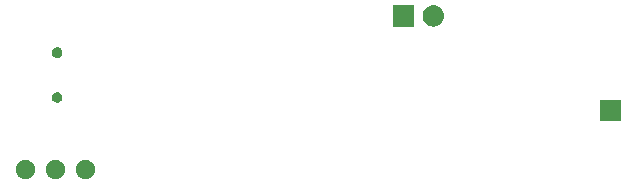
<source format=gbr>
G04 #@! TF.GenerationSoftware,KiCad,Pcbnew,5.0.2-bee76a0~70~ubuntu16.04.1*
G04 #@! TF.CreationDate,2019-07-30T15:31:50+02:00*
G04 #@! TF.ProjectId,hw-USB-RF,68772d55-5342-42d5-9246-2e6b69636164,rev?*
G04 #@! TF.SameCoordinates,Original*
G04 #@! TF.FileFunction,Soldermask,Bot*
G04 #@! TF.FilePolarity,Negative*
%FSLAX46Y46*%
G04 Gerber Fmt 4.6, Leading zero omitted, Abs format (unit mm)*
G04 Created by KiCad (PCBNEW 5.0.2-bee76a0~70~ubuntu16.04.1) date Tue 30 Jul 2019 03:31:50 PM CEST*
%MOMM*%
%LPD*%
G01*
G04 APERTURE LIST*
%ADD10C,0.100000*%
G04 APERTURE END LIST*
D10*
G36*
X114777142Y-86218242D02*
X114925102Y-86279530D01*
X115058258Y-86368502D01*
X115171498Y-86481742D01*
X115260470Y-86614898D01*
X115321758Y-86762858D01*
X115353000Y-86919925D01*
X115353000Y-87080075D01*
X115321758Y-87237142D01*
X115260470Y-87385102D01*
X115171498Y-87518258D01*
X115058258Y-87631498D01*
X114925102Y-87720470D01*
X114777142Y-87781758D01*
X114620075Y-87813000D01*
X114459925Y-87813000D01*
X114302858Y-87781758D01*
X114154898Y-87720470D01*
X114021742Y-87631498D01*
X113908502Y-87518258D01*
X113819530Y-87385102D01*
X113758242Y-87237142D01*
X113727000Y-87080075D01*
X113727000Y-86919925D01*
X113758242Y-86762858D01*
X113819530Y-86614898D01*
X113908502Y-86481742D01*
X114021742Y-86368502D01*
X114154898Y-86279530D01*
X114302858Y-86218242D01*
X114459925Y-86187000D01*
X114620075Y-86187000D01*
X114777142Y-86218242D01*
X114777142Y-86218242D01*
G37*
G36*
X112237142Y-86218242D02*
X112385102Y-86279530D01*
X112518258Y-86368502D01*
X112631498Y-86481742D01*
X112720470Y-86614898D01*
X112781758Y-86762858D01*
X112813000Y-86919925D01*
X112813000Y-87080075D01*
X112781758Y-87237142D01*
X112720470Y-87385102D01*
X112631498Y-87518258D01*
X112518258Y-87631498D01*
X112385102Y-87720470D01*
X112237142Y-87781758D01*
X112080075Y-87813000D01*
X111919925Y-87813000D01*
X111762858Y-87781758D01*
X111614898Y-87720470D01*
X111481742Y-87631498D01*
X111368502Y-87518258D01*
X111279530Y-87385102D01*
X111218242Y-87237142D01*
X111187000Y-87080075D01*
X111187000Y-86919925D01*
X111218242Y-86762858D01*
X111279530Y-86614898D01*
X111368502Y-86481742D01*
X111481742Y-86368502D01*
X111614898Y-86279530D01*
X111762858Y-86218242D01*
X111919925Y-86187000D01*
X112080075Y-86187000D01*
X112237142Y-86218242D01*
X112237142Y-86218242D01*
G37*
G36*
X109697142Y-86218242D02*
X109845102Y-86279530D01*
X109978258Y-86368502D01*
X110091498Y-86481742D01*
X110180470Y-86614898D01*
X110241758Y-86762858D01*
X110273000Y-86919925D01*
X110273000Y-87080075D01*
X110241758Y-87237142D01*
X110180470Y-87385102D01*
X110091498Y-87518258D01*
X109978258Y-87631498D01*
X109845102Y-87720470D01*
X109697142Y-87781758D01*
X109540075Y-87813000D01*
X109379925Y-87813000D01*
X109222858Y-87781758D01*
X109074898Y-87720470D01*
X108941742Y-87631498D01*
X108828502Y-87518258D01*
X108739530Y-87385102D01*
X108678242Y-87237142D01*
X108647000Y-87080075D01*
X108647000Y-86919925D01*
X108678242Y-86762858D01*
X108739530Y-86614898D01*
X108828502Y-86481742D01*
X108941742Y-86368502D01*
X109074898Y-86279530D01*
X109222858Y-86218242D01*
X109379925Y-86187000D01*
X109540075Y-86187000D01*
X109697142Y-86218242D01*
X109697142Y-86218242D01*
G37*
G36*
X159901000Y-82901000D02*
X158099000Y-82901000D01*
X158099000Y-81099000D01*
X159901000Y-81099000D01*
X159901000Y-82901000D01*
X159901000Y-82901000D01*
G37*
G36*
X112277496Y-80464885D02*
X112359351Y-80498790D01*
X112432523Y-80547682D01*
X112433021Y-80548015D01*
X112495665Y-80610659D01*
X112495667Y-80610662D01*
X112544890Y-80684329D01*
X112578795Y-80766184D01*
X112596080Y-80853081D01*
X112596080Y-80941679D01*
X112578795Y-81028576D01*
X112544890Y-81110431D01*
X112495998Y-81183603D01*
X112495665Y-81184101D01*
X112433021Y-81246745D01*
X112433018Y-81246747D01*
X112359351Y-81295970D01*
X112277496Y-81329875D01*
X112190599Y-81347160D01*
X112102001Y-81347160D01*
X112015104Y-81329875D01*
X111933249Y-81295970D01*
X111859582Y-81246747D01*
X111859579Y-81246745D01*
X111796935Y-81184101D01*
X111796602Y-81183603D01*
X111747710Y-81110431D01*
X111713805Y-81028576D01*
X111696520Y-80941679D01*
X111696520Y-80853081D01*
X111713805Y-80766184D01*
X111747710Y-80684329D01*
X111796933Y-80610662D01*
X111796935Y-80610659D01*
X111859579Y-80548015D01*
X111860077Y-80547682D01*
X111933249Y-80498790D01*
X112015104Y-80464885D01*
X112102001Y-80447600D01*
X112190599Y-80447600D01*
X112277496Y-80464885D01*
X112277496Y-80464885D01*
G37*
G36*
X112280036Y-76667585D02*
X112361891Y-76701490D01*
X112435063Y-76750382D01*
X112435561Y-76750715D01*
X112498205Y-76813359D01*
X112498207Y-76813362D01*
X112547430Y-76887029D01*
X112581335Y-76968884D01*
X112598620Y-77055781D01*
X112598620Y-77144379D01*
X112581335Y-77231276D01*
X112547430Y-77313131D01*
X112498538Y-77386303D01*
X112498205Y-77386801D01*
X112435561Y-77449445D01*
X112435558Y-77449447D01*
X112361891Y-77498670D01*
X112280036Y-77532575D01*
X112193139Y-77549860D01*
X112104541Y-77549860D01*
X112017644Y-77532575D01*
X111935789Y-77498670D01*
X111862122Y-77449447D01*
X111862119Y-77449445D01*
X111799475Y-77386801D01*
X111799142Y-77386303D01*
X111750250Y-77313131D01*
X111716345Y-77231276D01*
X111699060Y-77144379D01*
X111699060Y-77055781D01*
X111716345Y-76968884D01*
X111750250Y-76887029D01*
X111799473Y-76813362D01*
X111799475Y-76813359D01*
X111862119Y-76750715D01*
X111862617Y-76750382D01*
X111935789Y-76701490D01*
X112017644Y-76667585D01*
X112104541Y-76650300D01*
X112193139Y-76650300D01*
X112280036Y-76667585D01*
X112280036Y-76667585D01*
G37*
G36*
X144110442Y-73105518D02*
X144176627Y-73112037D01*
X144289853Y-73146384D01*
X144346467Y-73163557D01*
X144485087Y-73237652D01*
X144502991Y-73247222D01*
X144538729Y-73276552D01*
X144640186Y-73359814D01*
X144723448Y-73461271D01*
X144752778Y-73497009D01*
X144752779Y-73497011D01*
X144836443Y-73653533D01*
X144836443Y-73653534D01*
X144887963Y-73823373D01*
X144905359Y-74000000D01*
X144887963Y-74176627D01*
X144853616Y-74289853D01*
X144836443Y-74346467D01*
X144762348Y-74485087D01*
X144752778Y-74502991D01*
X144723448Y-74538729D01*
X144640186Y-74640186D01*
X144538729Y-74723448D01*
X144502991Y-74752778D01*
X144502989Y-74752779D01*
X144346467Y-74836443D01*
X144289853Y-74853616D01*
X144176627Y-74887963D01*
X144110443Y-74894481D01*
X144044260Y-74901000D01*
X143955740Y-74901000D01*
X143889557Y-74894481D01*
X143823373Y-74887963D01*
X143710147Y-74853616D01*
X143653533Y-74836443D01*
X143497011Y-74752779D01*
X143497009Y-74752778D01*
X143461271Y-74723448D01*
X143359814Y-74640186D01*
X143276552Y-74538729D01*
X143247222Y-74502991D01*
X143237652Y-74485087D01*
X143163557Y-74346467D01*
X143146384Y-74289853D01*
X143112037Y-74176627D01*
X143094641Y-74000000D01*
X143112037Y-73823373D01*
X143163557Y-73653534D01*
X143163557Y-73653533D01*
X143247221Y-73497011D01*
X143247222Y-73497009D01*
X143276552Y-73461271D01*
X143359814Y-73359814D01*
X143461271Y-73276552D01*
X143497009Y-73247222D01*
X143514913Y-73237652D01*
X143653533Y-73163557D01*
X143710147Y-73146384D01*
X143823373Y-73112037D01*
X143889558Y-73105518D01*
X143955740Y-73099000D01*
X144044260Y-73099000D01*
X144110442Y-73105518D01*
X144110442Y-73105518D01*
G37*
G36*
X142361000Y-74901000D02*
X140559000Y-74901000D01*
X140559000Y-73099000D01*
X142361000Y-73099000D01*
X142361000Y-74901000D01*
X142361000Y-74901000D01*
G37*
M02*

</source>
